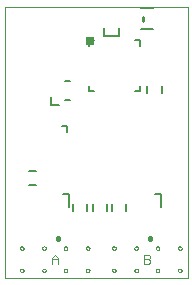
<source format=gto>
G75*
%MOIN*%
%OFA0B0*%
%FSLAX25Y25*%
%IPPOS*%
%LPD*%
%AMOC8*
5,1,8,0,0,1.08239X$1,22.5*
%
%ADD10C,0.00000*%
%ADD11C,0.00300*%
%ADD12C,0.00600*%
%ADD13R,0.02756X0.02756*%
%ADD14C,0.00500*%
%ADD15C,0.00787*%
%ADD16C,0.00800*%
%ADD17C,0.00984*%
%ADD18C,0.01600*%
D10*
X0051468Y0044415D02*
X0112491Y0044415D01*
X0112491Y0083785D01*
X0112491Y0079848D02*
X0112491Y0134966D01*
X0051468Y0134966D01*
X0051468Y0044415D01*
X0056625Y0047013D02*
X0056627Y0047061D01*
X0056633Y0047109D01*
X0056643Y0047156D01*
X0056656Y0047202D01*
X0056674Y0047247D01*
X0056694Y0047291D01*
X0056719Y0047333D01*
X0056747Y0047372D01*
X0056777Y0047409D01*
X0056811Y0047443D01*
X0056848Y0047475D01*
X0056886Y0047504D01*
X0056927Y0047529D01*
X0056970Y0047551D01*
X0057015Y0047569D01*
X0057061Y0047583D01*
X0057108Y0047594D01*
X0057156Y0047601D01*
X0057204Y0047604D01*
X0057252Y0047603D01*
X0057300Y0047598D01*
X0057348Y0047589D01*
X0057394Y0047577D01*
X0057439Y0047560D01*
X0057483Y0047540D01*
X0057525Y0047517D01*
X0057565Y0047490D01*
X0057603Y0047460D01*
X0057638Y0047427D01*
X0057670Y0047391D01*
X0057700Y0047353D01*
X0057726Y0047312D01*
X0057748Y0047269D01*
X0057768Y0047225D01*
X0057783Y0047180D01*
X0057795Y0047133D01*
X0057803Y0047085D01*
X0057807Y0047037D01*
X0057807Y0046989D01*
X0057803Y0046941D01*
X0057795Y0046893D01*
X0057783Y0046846D01*
X0057768Y0046801D01*
X0057748Y0046757D01*
X0057726Y0046714D01*
X0057700Y0046673D01*
X0057670Y0046635D01*
X0057638Y0046599D01*
X0057603Y0046566D01*
X0057565Y0046536D01*
X0057525Y0046509D01*
X0057483Y0046486D01*
X0057439Y0046466D01*
X0057394Y0046449D01*
X0057348Y0046437D01*
X0057300Y0046428D01*
X0057252Y0046423D01*
X0057204Y0046422D01*
X0057156Y0046425D01*
X0057108Y0046432D01*
X0057061Y0046443D01*
X0057015Y0046457D01*
X0056970Y0046475D01*
X0056927Y0046497D01*
X0056886Y0046522D01*
X0056848Y0046551D01*
X0056811Y0046583D01*
X0056777Y0046617D01*
X0056747Y0046654D01*
X0056719Y0046693D01*
X0056694Y0046735D01*
X0056674Y0046779D01*
X0056656Y0046824D01*
X0056643Y0046870D01*
X0056633Y0046917D01*
X0056627Y0046965D01*
X0056625Y0047013D01*
X0056625Y0054415D02*
X0056627Y0054463D01*
X0056633Y0054511D01*
X0056643Y0054558D01*
X0056656Y0054604D01*
X0056674Y0054649D01*
X0056694Y0054693D01*
X0056719Y0054735D01*
X0056747Y0054774D01*
X0056777Y0054811D01*
X0056811Y0054845D01*
X0056848Y0054877D01*
X0056886Y0054906D01*
X0056927Y0054931D01*
X0056970Y0054953D01*
X0057015Y0054971D01*
X0057061Y0054985D01*
X0057108Y0054996D01*
X0057156Y0055003D01*
X0057204Y0055006D01*
X0057252Y0055005D01*
X0057300Y0055000D01*
X0057348Y0054991D01*
X0057394Y0054979D01*
X0057439Y0054962D01*
X0057483Y0054942D01*
X0057525Y0054919D01*
X0057565Y0054892D01*
X0057603Y0054862D01*
X0057638Y0054829D01*
X0057670Y0054793D01*
X0057700Y0054755D01*
X0057726Y0054714D01*
X0057748Y0054671D01*
X0057768Y0054627D01*
X0057783Y0054582D01*
X0057795Y0054535D01*
X0057803Y0054487D01*
X0057807Y0054439D01*
X0057807Y0054391D01*
X0057803Y0054343D01*
X0057795Y0054295D01*
X0057783Y0054248D01*
X0057768Y0054203D01*
X0057748Y0054159D01*
X0057726Y0054116D01*
X0057700Y0054075D01*
X0057670Y0054037D01*
X0057638Y0054001D01*
X0057603Y0053968D01*
X0057565Y0053938D01*
X0057525Y0053911D01*
X0057483Y0053888D01*
X0057439Y0053868D01*
X0057394Y0053851D01*
X0057348Y0053839D01*
X0057300Y0053830D01*
X0057252Y0053825D01*
X0057204Y0053824D01*
X0057156Y0053827D01*
X0057108Y0053834D01*
X0057061Y0053845D01*
X0057015Y0053859D01*
X0056970Y0053877D01*
X0056927Y0053899D01*
X0056886Y0053924D01*
X0056848Y0053953D01*
X0056811Y0053985D01*
X0056777Y0054019D01*
X0056747Y0054056D01*
X0056719Y0054095D01*
X0056694Y0054137D01*
X0056674Y0054181D01*
X0056656Y0054226D01*
X0056643Y0054272D01*
X0056633Y0054319D01*
X0056627Y0054367D01*
X0056625Y0054415D01*
X0064026Y0054415D02*
X0064028Y0054463D01*
X0064034Y0054511D01*
X0064044Y0054558D01*
X0064057Y0054604D01*
X0064075Y0054649D01*
X0064095Y0054693D01*
X0064120Y0054735D01*
X0064148Y0054774D01*
X0064178Y0054811D01*
X0064212Y0054845D01*
X0064249Y0054877D01*
X0064287Y0054906D01*
X0064328Y0054931D01*
X0064371Y0054953D01*
X0064416Y0054971D01*
X0064462Y0054985D01*
X0064509Y0054996D01*
X0064557Y0055003D01*
X0064605Y0055006D01*
X0064653Y0055005D01*
X0064701Y0055000D01*
X0064749Y0054991D01*
X0064795Y0054979D01*
X0064840Y0054962D01*
X0064884Y0054942D01*
X0064926Y0054919D01*
X0064966Y0054892D01*
X0065004Y0054862D01*
X0065039Y0054829D01*
X0065071Y0054793D01*
X0065101Y0054755D01*
X0065127Y0054714D01*
X0065149Y0054671D01*
X0065169Y0054627D01*
X0065184Y0054582D01*
X0065196Y0054535D01*
X0065204Y0054487D01*
X0065208Y0054439D01*
X0065208Y0054391D01*
X0065204Y0054343D01*
X0065196Y0054295D01*
X0065184Y0054248D01*
X0065169Y0054203D01*
X0065149Y0054159D01*
X0065127Y0054116D01*
X0065101Y0054075D01*
X0065071Y0054037D01*
X0065039Y0054001D01*
X0065004Y0053968D01*
X0064966Y0053938D01*
X0064926Y0053911D01*
X0064884Y0053888D01*
X0064840Y0053868D01*
X0064795Y0053851D01*
X0064749Y0053839D01*
X0064701Y0053830D01*
X0064653Y0053825D01*
X0064605Y0053824D01*
X0064557Y0053827D01*
X0064509Y0053834D01*
X0064462Y0053845D01*
X0064416Y0053859D01*
X0064371Y0053877D01*
X0064328Y0053899D01*
X0064287Y0053924D01*
X0064249Y0053953D01*
X0064212Y0053985D01*
X0064178Y0054019D01*
X0064148Y0054056D01*
X0064120Y0054095D01*
X0064095Y0054137D01*
X0064075Y0054181D01*
X0064057Y0054226D01*
X0064044Y0054272D01*
X0064034Y0054319D01*
X0064028Y0054367D01*
X0064026Y0054415D01*
X0064026Y0047013D02*
X0064028Y0047061D01*
X0064034Y0047109D01*
X0064044Y0047156D01*
X0064057Y0047202D01*
X0064075Y0047247D01*
X0064095Y0047291D01*
X0064120Y0047333D01*
X0064148Y0047372D01*
X0064178Y0047409D01*
X0064212Y0047443D01*
X0064249Y0047475D01*
X0064287Y0047504D01*
X0064328Y0047529D01*
X0064371Y0047551D01*
X0064416Y0047569D01*
X0064462Y0047583D01*
X0064509Y0047594D01*
X0064557Y0047601D01*
X0064605Y0047604D01*
X0064653Y0047603D01*
X0064701Y0047598D01*
X0064749Y0047589D01*
X0064795Y0047577D01*
X0064840Y0047560D01*
X0064884Y0047540D01*
X0064926Y0047517D01*
X0064966Y0047490D01*
X0065004Y0047460D01*
X0065039Y0047427D01*
X0065071Y0047391D01*
X0065101Y0047353D01*
X0065127Y0047312D01*
X0065149Y0047269D01*
X0065169Y0047225D01*
X0065184Y0047180D01*
X0065196Y0047133D01*
X0065204Y0047085D01*
X0065208Y0047037D01*
X0065208Y0046989D01*
X0065204Y0046941D01*
X0065196Y0046893D01*
X0065184Y0046846D01*
X0065169Y0046801D01*
X0065149Y0046757D01*
X0065127Y0046714D01*
X0065101Y0046673D01*
X0065071Y0046635D01*
X0065039Y0046599D01*
X0065004Y0046566D01*
X0064966Y0046536D01*
X0064926Y0046509D01*
X0064884Y0046486D01*
X0064840Y0046466D01*
X0064795Y0046449D01*
X0064749Y0046437D01*
X0064701Y0046428D01*
X0064653Y0046423D01*
X0064605Y0046422D01*
X0064557Y0046425D01*
X0064509Y0046432D01*
X0064462Y0046443D01*
X0064416Y0046457D01*
X0064371Y0046475D01*
X0064328Y0046497D01*
X0064287Y0046522D01*
X0064249Y0046551D01*
X0064212Y0046583D01*
X0064178Y0046617D01*
X0064148Y0046654D01*
X0064120Y0046693D01*
X0064095Y0046735D01*
X0064075Y0046779D01*
X0064057Y0046824D01*
X0064044Y0046870D01*
X0064034Y0046917D01*
X0064028Y0046965D01*
X0064026Y0047013D01*
X0071192Y0047013D02*
X0071194Y0047061D01*
X0071200Y0047109D01*
X0071210Y0047156D01*
X0071223Y0047202D01*
X0071241Y0047247D01*
X0071261Y0047291D01*
X0071286Y0047333D01*
X0071314Y0047372D01*
X0071344Y0047409D01*
X0071378Y0047443D01*
X0071415Y0047475D01*
X0071453Y0047504D01*
X0071494Y0047529D01*
X0071537Y0047551D01*
X0071582Y0047569D01*
X0071628Y0047583D01*
X0071675Y0047594D01*
X0071723Y0047601D01*
X0071771Y0047604D01*
X0071819Y0047603D01*
X0071867Y0047598D01*
X0071915Y0047589D01*
X0071961Y0047577D01*
X0072006Y0047560D01*
X0072050Y0047540D01*
X0072092Y0047517D01*
X0072132Y0047490D01*
X0072170Y0047460D01*
X0072205Y0047427D01*
X0072237Y0047391D01*
X0072267Y0047353D01*
X0072293Y0047312D01*
X0072315Y0047269D01*
X0072335Y0047225D01*
X0072350Y0047180D01*
X0072362Y0047133D01*
X0072370Y0047085D01*
X0072374Y0047037D01*
X0072374Y0046989D01*
X0072370Y0046941D01*
X0072362Y0046893D01*
X0072350Y0046846D01*
X0072335Y0046801D01*
X0072315Y0046757D01*
X0072293Y0046714D01*
X0072267Y0046673D01*
X0072237Y0046635D01*
X0072205Y0046599D01*
X0072170Y0046566D01*
X0072132Y0046536D01*
X0072092Y0046509D01*
X0072050Y0046486D01*
X0072006Y0046466D01*
X0071961Y0046449D01*
X0071915Y0046437D01*
X0071867Y0046428D01*
X0071819Y0046423D01*
X0071771Y0046422D01*
X0071723Y0046425D01*
X0071675Y0046432D01*
X0071628Y0046443D01*
X0071582Y0046457D01*
X0071537Y0046475D01*
X0071494Y0046497D01*
X0071453Y0046522D01*
X0071415Y0046551D01*
X0071378Y0046583D01*
X0071344Y0046617D01*
X0071314Y0046654D01*
X0071286Y0046693D01*
X0071261Y0046735D01*
X0071241Y0046779D01*
X0071223Y0046824D01*
X0071210Y0046870D01*
X0071200Y0046917D01*
X0071194Y0046965D01*
X0071192Y0047013D01*
X0071192Y0054415D02*
X0071194Y0054463D01*
X0071200Y0054511D01*
X0071210Y0054558D01*
X0071223Y0054604D01*
X0071241Y0054649D01*
X0071261Y0054693D01*
X0071286Y0054735D01*
X0071314Y0054774D01*
X0071344Y0054811D01*
X0071378Y0054845D01*
X0071415Y0054877D01*
X0071453Y0054906D01*
X0071494Y0054931D01*
X0071537Y0054953D01*
X0071582Y0054971D01*
X0071628Y0054985D01*
X0071675Y0054996D01*
X0071723Y0055003D01*
X0071771Y0055006D01*
X0071819Y0055005D01*
X0071867Y0055000D01*
X0071915Y0054991D01*
X0071961Y0054979D01*
X0072006Y0054962D01*
X0072050Y0054942D01*
X0072092Y0054919D01*
X0072132Y0054892D01*
X0072170Y0054862D01*
X0072205Y0054829D01*
X0072237Y0054793D01*
X0072267Y0054755D01*
X0072293Y0054714D01*
X0072315Y0054671D01*
X0072335Y0054627D01*
X0072350Y0054582D01*
X0072362Y0054535D01*
X0072370Y0054487D01*
X0072374Y0054439D01*
X0072374Y0054391D01*
X0072370Y0054343D01*
X0072362Y0054295D01*
X0072350Y0054248D01*
X0072335Y0054203D01*
X0072315Y0054159D01*
X0072293Y0054116D01*
X0072267Y0054075D01*
X0072237Y0054037D01*
X0072205Y0054001D01*
X0072170Y0053968D01*
X0072132Y0053938D01*
X0072092Y0053911D01*
X0072050Y0053888D01*
X0072006Y0053868D01*
X0071961Y0053851D01*
X0071915Y0053839D01*
X0071867Y0053830D01*
X0071819Y0053825D01*
X0071771Y0053824D01*
X0071723Y0053827D01*
X0071675Y0053834D01*
X0071628Y0053845D01*
X0071582Y0053859D01*
X0071537Y0053877D01*
X0071494Y0053899D01*
X0071453Y0053924D01*
X0071415Y0053953D01*
X0071378Y0053985D01*
X0071344Y0054019D01*
X0071314Y0054056D01*
X0071286Y0054095D01*
X0071261Y0054137D01*
X0071241Y0054181D01*
X0071223Y0054226D01*
X0071210Y0054272D01*
X0071200Y0054319D01*
X0071194Y0054367D01*
X0071192Y0054415D01*
X0078593Y0054415D02*
X0078595Y0054463D01*
X0078601Y0054511D01*
X0078611Y0054558D01*
X0078624Y0054604D01*
X0078642Y0054649D01*
X0078662Y0054693D01*
X0078687Y0054735D01*
X0078715Y0054774D01*
X0078745Y0054811D01*
X0078779Y0054845D01*
X0078816Y0054877D01*
X0078854Y0054906D01*
X0078895Y0054931D01*
X0078938Y0054953D01*
X0078983Y0054971D01*
X0079029Y0054985D01*
X0079076Y0054996D01*
X0079124Y0055003D01*
X0079172Y0055006D01*
X0079220Y0055005D01*
X0079268Y0055000D01*
X0079316Y0054991D01*
X0079362Y0054979D01*
X0079407Y0054962D01*
X0079451Y0054942D01*
X0079493Y0054919D01*
X0079533Y0054892D01*
X0079571Y0054862D01*
X0079606Y0054829D01*
X0079638Y0054793D01*
X0079668Y0054755D01*
X0079694Y0054714D01*
X0079716Y0054671D01*
X0079736Y0054627D01*
X0079751Y0054582D01*
X0079763Y0054535D01*
X0079771Y0054487D01*
X0079775Y0054439D01*
X0079775Y0054391D01*
X0079771Y0054343D01*
X0079763Y0054295D01*
X0079751Y0054248D01*
X0079736Y0054203D01*
X0079716Y0054159D01*
X0079694Y0054116D01*
X0079668Y0054075D01*
X0079638Y0054037D01*
X0079606Y0054001D01*
X0079571Y0053968D01*
X0079533Y0053938D01*
X0079493Y0053911D01*
X0079451Y0053888D01*
X0079407Y0053868D01*
X0079362Y0053851D01*
X0079316Y0053839D01*
X0079268Y0053830D01*
X0079220Y0053825D01*
X0079172Y0053824D01*
X0079124Y0053827D01*
X0079076Y0053834D01*
X0079029Y0053845D01*
X0078983Y0053859D01*
X0078938Y0053877D01*
X0078895Y0053899D01*
X0078854Y0053924D01*
X0078816Y0053953D01*
X0078779Y0053985D01*
X0078745Y0054019D01*
X0078715Y0054056D01*
X0078687Y0054095D01*
X0078662Y0054137D01*
X0078642Y0054181D01*
X0078624Y0054226D01*
X0078611Y0054272D01*
X0078601Y0054319D01*
X0078595Y0054367D01*
X0078593Y0054415D01*
X0078593Y0047013D02*
X0078595Y0047061D01*
X0078601Y0047109D01*
X0078611Y0047156D01*
X0078624Y0047202D01*
X0078642Y0047247D01*
X0078662Y0047291D01*
X0078687Y0047333D01*
X0078715Y0047372D01*
X0078745Y0047409D01*
X0078779Y0047443D01*
X0078816Y0047475D01*
X0078854Y0047504D01*
X0078895Y0047529D01*
X0078938Y0047551D01*
X0078983Y0047569D01*
X0079029Y0047583D01*
X0079076Y0047594D01*
X0079124Y0047601D01*
X0079172Y0047604D01*
X0079220Y0047603D01*
X0079268Y0047598D01*
X0079316Y0047589D01*
X0079362Y0047577D01*
X0079407Y0047560D01*
X0079451Y0047540D01*
X0079493Y0047517D01*
X0079533Y0047490D01*
X0079571Y0047460D01*
X0079606Y0047427D01*
X0079638Y0047391D01*
X0079668Y0047353D01*
X0079694Y0047312D01*
X0079716Y0047269D01*
X0079736Y0047225D01*
X0079751Y0047180D01*
X0079763Y0047133D01*
X0079771Y0047085D01*
X0079775Y0047037D01*
X0079775Y0046989D01*
X0079771Y0046941D01*
X0079763Y0046893D01*
X0079751Y0046846D01*
X0079736Y0046801D01*
X0079716Y0046757D01*
X0079694Y0046714D01*
X0079668Y0046673D01*
X0079638Y0046635D01*
X0079606Y0046599D01*
X0079571Y0046566D01*
X0079533Y0046536D01*
X0079493Y0046509D01*
X0079451Y0046486D01*
X0079407Y0046466D01*
X0079362Y0046449D01*
X0079316Y0046437D01*
X0079268Y0046428D01*
X0079220Y0046423D01*
X0079172Y0046422D01*
X0079124Y0046425D01*
X0079076Y0046432D01*
X0079029Y0046443D01*
X0078983Y0046457D01*
X0078938Y0046475D01*
X0078895Y0046497D01*
X0078854Y0046522D01*
X0078816Y0046551D01*
X0078779Y0046583D01*
X0078745Y0046617D01*
X0078715Y0046654D01*
X0078687Y0046693D01*
X0078662Y0046735D01*
X0078642Y0046779D01*
X0078624Y0046824D01*
X0078611Y0046870D01*
X0078601Y0046917D01*
X0078595Y0046965D01*
X0078593Y0047013D01*
X0087333Y0047013D02*
X0087335Y0047061D01*
X0087341Y0047109D01*
X0087351Y0047156D01*
X0087364Y0047202D01*
X0087382Y0047247D01*
X0087402Y0047291D01*
X0087427Y0047333D01*
X0087455Y0047372D01*
X0087485Y0047409D01*
X0087519Y0047443D01*
X0087556Y0047475D01*
X0087594Y0047504D01*
X0087635Y0047529D01*
X0087678Y0047551D01*
X0087723Y0047569D01*
X0087769Y0047583D01*
X0087816Y0047594D01*
X0087864Y0047601D01*
X0087912Y0047604D01*
X0087960Y0047603D01*
X0088008Y0047598D01*
X0088056Y0047589D01*
X0088102Y0047577D01*
X0088147Y0047560D01*
X0088191Y0047540D01*
X0088233Y0047517D01*
X0088273Y0047490D01*
X0088311Y0047460D01*
X0088346Y0047427D01*
X0088378Y0047391D01*
X0088408Y0047353D01*
X0088434Y0047312D01*
X0088456Y0047269D01*
X0088476Y0047225D01*
X0088491Y0047180D01*
X0088503Y0047133D01*
X0088511Y0047085D01*
X0088515Y0047037D01*
X0088515Y0046989D01*
X0088511Y0046941D01*
X0088503Y0046893D01*
X0088491Y0046846D01*
X0088476Y0046801D01*
X0088456Y0046757D01*
X0088434Y0046714D01*
X0088408Y0046673D01*
X0088378Y0046635D01*
X0088346Y0046599D01*
X0088311Y0046566D01*
X0088273Y0046536D01*
X0088233Y0046509D01*
X0088191Y0046486D01*
X0088147Y0046466D01*
X0088102Y0046449D01*
X0088056Y0046437D01*
X0088008Y0046428D01*
X0087960Y0046423D01*
X0087912Y0046422D01*
X0087864Y0046425D01*
X0087816Y0046432D01*
X0087769Y0046443D01*
X0087723Y0046457D01*
X0087678Y0046475D01*
X0087635Y0046497D01*
X0087594Y0046522D01*
X0087556Y0046551D01*
X0087519Y0046583D01*
X0087485Y0046617D01*
X0087455Y0046654D01*
X0087427Y0046693D01*
X0087402Y0046735D01*
X0087382Y0046779D01*
X0087364Y0046824D01*
X0087351Y0046870D01*
X0087341Y0046917D01*
X0087335Y0046965D01*
X0087333Y0047013D01*
X0087333Y0054415D02*
X0087335Y0054463D01*
X0087341Y0054511D01*
X0087351Y0054558D01*
X0087364Y0054604D01*
X0087382Y0054649D01*
X0087402Y0054693D01*
X0087427Y0054735D01*
X0087455Y0054774D01*
X0087485Y0054811D01*
X0087519Y0054845D01*
X0087556Y0054877D01*
X0087594Y0054906D01*
X0087635Y0054931D01*
X0087678Y0054953D01*
X0087723Y0054971D01*
X0087769Y0054985D01*
X0087816Y0054996D01*
X0087864Y0055003D01*
X0087912Y0055006D01*
X0087960Y0055005D01*
X0088008Y0055000D01*
X0088056Y0054991D01*
X0088102Y0054979D01*
X0088147Y0054962D01*
X0088191Y0054942D01*
X0088233Y0054919D01*
X0088273Y0054892D01*
X0088311Y0054862D01*
X0088346Y0054829D01*
X0088378Y0054793D01*
X0088408Y0054755D01*
X0088434Y0054714D01*
X0088456Y0054671D01*
X0088476Y0054627D01*
X0088491Y0054582D01*
X0088503Y0054535D01*
X0088511Y0054487D01*
X0088515Y0054439D01*
X0088515Y0054391D01*
X0088511Y0054343D01*
X0088503Y0054295D01*
X0088491Y0054248D01*
X0088476Y0054203D01*
X0088456Y0054159D01*
X0088434Y0054116D01*
X0088408Y0054075D01*
X0088378Y0054037D01*
X0088346Y0054001D01*
X0088311Y0053968D01*
X0088273Y0053938D01*
X0088233Y0053911D01*
X0088191Y0053888D01*
X0088147Y0053868D01*
X0088102Y0053851D01*
X0088056Y0053839D01*
X0088008Y0053830D01*
X0087960Y0053825D01*
X0087912Y0053824D01*
X0087864Y0053827D01*
X0087816Y0053834D01*
X0087769Y0053845D01*
X0087723Y0053859D01*
X0087678Y0053877D01*
X0087635Y0053899D01*
X0087594Y0053924D01*
X0087556Y0053953D01*
X0087519Y0053985D01*
X0087485Y0054019D01*
X0087455Y0054056D01*
X0087427Y0054095D01*
X0087402Y0054137D01*
X0087382Y0054181D01*
X0087364Y0054226D01*
X0087351Y0054272D01*
X0087341Y0054319D01*
X0087335Y0054367D01*
X0087333Y0054415D01*
X0094735Y0054415D02*
X0094737Y0054463D01*
X0094743Y0054511D01*
X0094753Y0054558D01*
X0094766Y0054604D01*
X0094784Y0054649D01*
X0094804Y0054693D01*
X0094829Y0054735D01*
X0094857Y0054774D01*
X0094887Y0054811D01*
X0094921Y0054845D01*
X0094958Y0054877D01*
X0094996Y0054906D01*
X0095037Y0054931D01*
X0095080Y0054953D01*
X0095125Y0054971D01*
X0095171Y0054985D01*
X0095218Y0054996D01*
X0095266Y0055003D01*
X0095314Y0055006D01*
X0095362Y0055005D01*
X0095410Y0055000D01*
X0095458Y0054991D01*
X0095504Y0054979D01*
X0095549Y0054962D01*
X0095593Y0054942D01*
X0095635Y0054919D01*
X0095675Y0054892D01*
X0095713Y0054862D01*
X0095748Y0054829D01*
X0095780Y0054793D01*
X0095810Y0054755D01*
X0095836Y0054714D01*
X0095858Y0054671D01*
X0095878Y0054627D01*
X0095893Y0054582D01*
X0095905Y0054535D01*
X0095913Y0054487D01*
X0095917Y0054439D01*
X0095917Y0054391D01*
X0095913Y0054343D01*
X0095905Y0054295D01*
X0095893Y0054248D01*
X0095878Y0054203D01*
X0095858Y0054159D01*
X0095836Y0054116D01*
X0095810Y0054075D01*
X0095780Y0054037D01*
X0095748Y0054001D01*
X0095713Y0053968D01*
X0095675Y0053938D01*
X0095635Y0053911D01*
X0095593Y0053888D01*
X0095549Y0053868D01*
X0095504Y0053851D01*
X0095458Y0053839D01*
X0095410Y0053830D01*
X0095362Y0053825D01*
X0095314Y0053824D01*
X0095266Y0053827D01*
X0095218Y0053834D01*
X0095171Y0053845D01*
X0095125Y0053859D01*
X0095080Y0053877D01*
X0095037Y0053899D01*
X0094996Y0053924D01*
X0094958Y0053953D01*
X0094921Y0053985D01*
X0094887Y0054019D01*
X0094857Y0054056D01*
X0094829Y0054095D01*
X0094804Y0054137D01*
X0094784Y0054181D01*
X0094766Y0054226D01*
X0094753Y0054272D01*
X0094743Y0054319D01*
X0094737Y0054367D01*
X0094735Y0054415D01*
X0094735Y0047013D02*
X0094737Y0047061D01*
X0094743Y0047109D01*
X0094753Y0047156D01*
X0094766Y0047202D01*
X0094784Y0047247D01*
X0094804Y0047291D01*
X0094829Y0047333D01*
X0094857Y0047372D01*
X0094887Y0047409D01*
X0094921Y0047443D01*
X0094958Y0047475D01*
X0094996Y0047504D01*
X0095037Y0047529D01*
X0095080Y0047551D01*
X0095125Y0047569D01*
X0095171Y0047583D01*
X0095218Y0047594D01*
X0095266Y0047601D01*
X0095314Y0047604D01*
X0095362Y0047603D01*
X0095410Y0047598D01*
X0095458Y0047589D01*
X0095504Y0047577D01*
X0095549Y0047560D01*
X0095593Y0047540D01*
X0095635Y0047517D01*
X0095675Y0047490D01*
X0095713Y0047460D01*
X0095748Y0047427D01*
X0095780Y0047391D01*
X0095810Y0047353D01*
X0095836Y0047312D01*
X0095858Y0047269D01*
X0095878Y0047225D01*
X0095893Y0047180D01*
X0095905Y0047133D01*
X0095913Y0047085D01*
X0095917Y0047037D01*
X0095917Y0046989D01*
X0095913Y0046941D01*
X0095905Y0046893D01*
X0095893Y0046846D01*
X0095878Y0046801D01*
X0095858Y0046757D01*
X0095836Y0046714D01*
X0095810Y0046673D01*
X0095780Y0046635D01*
X0095748Y0046599D01*
X0095713Y0046566D01*
X0095675Y0046536D01*
X0095635Y0046509D01*
X0095593Y0046486D01*
X0095549Y0046466D01*
X0095504Y0046449D01*
X0095458Y0046437D01*
X0095410Y0046428D01*
X0095362Y0046423D01*
X0095314Y0046422D01*
X0095266Y0046425D01*
X0095218Y0046432D01*
X0095171Y0046443D01*
X0095125Y0046457D01*
X0095080Y0046475D01*
X0095037Y0046497D01*
X0094996Y0046522D01*
X0094958Y0046551D01*
X0094921Y0046583D01*
X0094887Y0046617D01*
X0094857Y0046654D01*
X0094829Y0046693D01*
X0094804Y0046735D01*
X0094784Y0046779D01*
X0094766Y0046824D01*
X0094753Y0046870D01*
X0094743Y0046917D01*
X0094737Y0046965D01*
X0094735Y0047013D01*
X0101900Y0047013D02*
X0101902Y0047061D01*
X0101908Y0047109D01*
X0101918Y0047156D01*
X0101931Y0047202D01*
X0101949Y0047247D01*
X0101969Y0047291D01*
X0101994Y0047333D01*
X0102022Y0047372D01*
X0102052Y0047409D01*
X0102086Y0047443D01*
X0102123Y0047475D01*
X0102161Y0047504D01*
X0102202Y0047529D01*
X0102245Y0047551D01*
X0102290Y0047569D01*
X0102336Y0047583D01*
X0102383Y0047594D01*
X0102431Y0047601D01*
X0102479Y0047604D01*
X0102527Y0047603D01*
X0102575Y0047598D01*
X0102623Y0047589D01*
X0102669Y0047577D01*
X0102714Y0047560D01*
X0102758Y0047540D01*
X0102800Y0047517D01*
X0102840Y0047490D01*
X0102878Y0047460D01*
X0102913Y0047427D01*
X0102945Y0047391D01*
X0102975Y0047353D01*
X0103001Y0047312D01*
X0103023Y0047269D01*
X0103043Y0047225D01*
X0103058Y0047180D01*
X0103070Y0047133D01*
X0103078Y0047085D01*
X0103082Y0047037D01*
X0103082Y0046989D01*
X0103078Y0046941D01*
X0103070Y0046893D01*
X0103058Y0046846D01*
X0103043Y0046801D01*
X0103023Y0046757D01*
X0103001Y0046714D01*
X0102975Y0046673D01*
X0102945Y0046635D01*
X0102913Y0046599D01*
X0102878Y0046566D01*
X0102840Y0046536D01*
X0102800Y0046509D01*
X0102758Y0046486D01*
X0102714Y0046466D01*
X0102669Y0046449D01*
X0102623Y0046437D01*
X0102575Y0046428D01*
X0102527Y0046423D01*
X0102479Y0046422D01*
X0102431Y0046425D01*
X0102383Y0046432D01*
X0102336Y0046443D01*
X0102290Y0046457D01*
X0102245Y0046475D01*
X0102202Y0046497D01*
X0102161Y0046522D01*
X0102123Y0046551D01*
X0102086Y0046583D01*
X0102052Y0046617D01*
X0102022Y0046654D01*
X0101994Y0046693D01*
X0101969Y0046735D01*
X0101949Y0046779D01*
X0101931Y0046824D01*
X0101918Y0046870D01*
X0101908Y0046917D01*
X0101902Y0046965D01*
X0101900Y0047013D01*
X0101900Y0054415D02*
X0101902Y0054463D01*
X0101908Y0054511D01*
X0101918Y0054558D01*
X0101931Y0054604D01*
X0101949Y0054649D01*
X0101969Y0054693D01*
X0101994Y0054735D01*
X0102022Y0054774D01*
X0102052Y0054811D01*
X0102086Y0054845D01*
X0102123Y0054877D01*
X0102161Y0054906D01*
X0102202Y0054931D01*
X0102245Y0054953D01*
X0102290Y0054971D01*
X0102336Y0054985D01*
X0102383Y0054996D01*
X0102431Y0055003D01*
X0102479Y0055006D01*
X0102527Y0055005D01*
X0102575Y0055000D01*
X0102623Y0054991D01*
X0102669Y0054979D01*
X0102714Y0054962D01*
X0102758Y0054942D01*
X0102800Y0054919D01*
X0102840Y0054892D01*
X0102878Y0054862D01*
X0102913Y0054829D01*
X0102945Y0054793D01*
X0102975Y0054755D01*
X0103001Y0054714D01*
X0103023Y0054671D01*
X0103043Y0054627D01*
X0103058Y0054582D01*
X0103070Y0054535D01*
X0103078Y0054487D01*
X0103082Y0054439D01*
X0103082Y0054391D01*
X0103078Y0054343D01*
X0103070Y0054295D01*
X0103058Y0054248D01*
X0103043Y0054203D01*
X0103023Y0054159D01*
X0103001Y0054116D01*
X0102975Y0054075D01*
X0102945Y0054037D01*
X0102913Y0054001D01*
X0102878Y0053968D01*
X0102840Y0053938D01*
X0102800Y0053911D01*
X0102758Y0053888D01*
X0102714Y0053868D01*
X0102669Y0053851D01*
X0102623Y0053839D01*
X0102575Y0053830D01*
X0102527Y0053825D01*
X0102479Y0053824D01*
X0102431Y0053827D01*
X0102383Y0053834D01*
X0102336Y0053845D01*
X0102290Y0053859D01*
X0102245Y0053877D01*
X0102202Y0053899D01*
X0102161Y0053924D01*
X0102123Y0053953D01*
X0102086Y0053985D01*
X0102052Y0054019D01*
X0102022Y0054056D01*
X0101994Y0054095D01*
X0101969Y0054137D01*
X0101949Y0054181D01*
X0101931Y0054226D01*
X0101918Y0054272D01*
X0101908Y0054319D01*
X0101902Y0054367D01*
X0101900Y0054415D01*
X0109302Y0054415D02*
X0109304Y0054463D01*
X0109310Y0054511D01*
X0109320Y0054558D01*
X0109333Y0054604D01*
X0109351Y0054649D01*
X0109371Y0054693D01*
X0109396Y0054735D01*
X0109424Y0054774D01*
X0109454Y0054811D01*
X0109488Y0054845D01*
X0109525Y0054877D01*
X0109563Y0054906D01*
X0109604Y0054931D01*
X0109647Y0054953D01*
X0109692Y0054971D01*
X0109738Y0054985D01*
X0109785Y0054996D01*
X0109833Y0055003D01*
X0109881Y0055006D01*
X0109929Y0055005D01*
X0109977Y0055000D01*
X0110025Y0054991D01*
X0110071Y0054979D01*
X0110116Y0054962D01*
X0110160Y0054942D01*
X0110202Y0054919D01*
X0110242Y0054892D01*
X0110280Y0054862D01*
X0110315Y0054829D01*
X0110347Y0054793D01*
X0110377Y0054755D01*
X0110403Y0054714D01*
X0110425Y0054671D01*
X0110445Y0054627D01*
X0110460Y0054582D01*
X0110472Y0054535D01*
X0110480Y0054487D01*
X0110484Y0054439D01*
X0110484Y0054391D01*
X0110480Y0054343D01*
X0110472Y0054295D01*
X0110460Y0054248D01*
X0110445Y0054203D01*
X0110425Y0054159D01*
X0110403Y0054116D01*
X0110377Y0054075D01*
X0110347Y0054037D01*
X0110315Y0054001D01*
X0110280Y0053968D01*
X0110242Y0053938D01*
X0110202Y0053911D01*
X0110160Y0053888D01*
X0110116Y0053868D01*
X0110071Y0053851D01*
X0110025Y0053839D01*
X0109977Y0053830D01*
X0109929Y0053825D01*
X0109881Y0053824D01*
X0109833Y0053827D01*
X0109785Y0053834D01*
X0109738Y0053845D01*
X0109692Y0053859D01*
X0109647Y0053877D01*
X0109604Y0053899D01*
X0109563Y0053924D01*
X0109525Y0053953D01*
X0109488Y0053985D01*
X0109454Y0054019D01*
X0109424Y0054056D01*
X0109396Y0054095D01*
X0109371Y0054137D01*
X0109351Y0054181D01*
X0109333Y0054226D01*
X0109320Y0054272D01*
X0109310Y0054319D01*
X0109304Y0054367D01*
X0109302Y0054415D01*
X0109302Y0047013D02*
X0109304Y0047061D01*
X0109310Y0047109D01*
X0109320Y0047156D01*
X0109333Y0047202D01*
X0109351Y0047247D01*
X0109371Y0047291D01*
X0109396Y0047333D01*
X0109424Y0047372D01*
X0109454Y0047409D01*
X0109488Y0047443D01*
X0109525Y0047475D01*
X0109563Y0047504D01*
X0109604Y0047529D01*
X0109647Y0047551D01*
X0109692Y0047569D01*
X0109738Y0047583D01*
X0109785Y0047594D01*
X0109833Y0047601D01*
X0109881Y0047604D01*
X0109929Y0047603D01*
X0109977Y0047598D01*
X0110025Y0047589D01*
X0110071Y0047577D01*
X0110116Y0047560D01*
X0110160Y0047540D01*
X0110202Y0047517D01*
X0110242Y0047490D01*
X0110280Y0047460D01*
X0110315Y0047427D01*
X0110347Y0047391D01*
X0110377Y0047353D01*
X0110403Y0047312D01*
X0110425Y0047269D01*
X0110445Y0047225D01*
X0110460Y0047180D01*
X0110472Y0047133D01*
X0110480Y0047085D01*
X0110484Y0047037D01*
X0110484Y0046989D01*
X0110480Y0046941D01*
X0110472Y0046893D01*
X0110460Y0046846D01*
X0110445Y0046801D01*
X0110425Y0046757D01*
X0110403Y0046714D01*
X0110377Y0046673D01*
X0110347Y0046635D01*
X0110315Y0046599D01*
X0110280Y0046566D01*
X0110242Y0046536D01*
X0110202Y0046509D01*
X0110160Y0046486D01*
X0110116Y0046466D01*
X0110071Y0046449D01*
X0110025Y0046437D01*
X0109977Y0046428D01*
X0109929Y0046423D01*
X0109881Y0046422D01*
X0109833Y0046425D01*
X0109785Y0046432D01*
X0109738Y0046443D01*
X0109692Y0046457D01*
X0109647Y0046475D01*
X0109604Y0046497D01*
X0109563Y0046522D01*
X0109525Y0046551D01*
X0109488Y0046583D01*
X0109454Y0046617D01*
X0109424Y0046654D01*
X0109396Y0046693D01*
X0109371Y0046735D01*
X0109351Y0046779D01*
X0109333Y0046824D01*
X0109320Y0046870D01*
X0109310Y0046917D01*
X0109304Y0046965D01*
X0109302Y0047013D01*
D11*
X0099943Y0049765D02*
X0099468Y0049289D01*
X0098042Y0049289D01*
X0098042Y0052141D01*
X0099468Y0052141D01*
X0099943Y0051666D01*
X0099943Y0051191D01*
X0099468Y0050715D01*
X0098042Y0050715D01*
X0099468Y0050715D02*
X0099943Y0050240D01*
X0099943Y0049765D01*
X0069195Y0049289D02*
X0069195Y0051191D01*
X0068244Y0052141D01*
X0067294Y0051191D01*
X0067294Y0049289D01*
X0067294Y0050715D02*
X0069195Y0050715D01*
D12*
X0074302Y0066856D02*
X0074302Y0069218D01*
X0079027Y0069218D02*
X0079027Y0066856D01*
X0080798Y0066856D02*
X0080798Y0069218D01*
X0085523Y0069218D02*
X0085523Y0066856D01*
X0087294Y0066856D02*
X0087294Y0069218D01*
X0092019Y0069218D02*
X0092019Y0066856D01*
X0062098Y0075517D02*
X0059735Y0075517D01*
X0059735Y0080242D02*
X0062098Y0080242D01*
X0079482Y0106681D02*
X0079482Y0108581D01*
X0079482Y0106681D02*
X0081382Y0106681D01*
X0094782Y0106681D02*
X0096682Y0106681D01*
X0096682Y0108581D01*
X0099106Y0108588D02*
X0099106Y0106226D01*
X0103830Y0106226D02*
X0103830Y0108588D01*
X0096682Y0121981D02*
X0096682Y0123881D01*
X0094782Y0123881D01*
X0081382Y0123881D02*
X0079482Y0123881D01*
X0079482Y0121981D01*
D13*
X0080011Y0123352D03*
D14*
X0073141Y0110163D02*
X0071527Y0110163D01*
X0071527Y0103864D02*
X0073141Y0103864D01*
D15*
X0069578Y0102289D02*
X0066822Y0102289D01*
X0066822Y0104651D01*
X0070562Y0095202D02*
X0072334Y0095202D01*
X0072334Y0093234D01*
X0072924Y0072368D02*
X0070956Y0072368D01*
X0072924Y0072368D02*
X0072924Y0068037D01*
X0101625Y0072368D02*
X0103594Y0072368D01*
X0103594Y0068037D01*
X0089460Y0125025D02*
X0084735Y0125025D01*
X0084735Y0127880D01*
X0089460Y0127880D02*
X0089460Y0125025D01*
D16*
X0097106Y0127332D02*
X0101106Y0127332D01*
X0101106Y0134332D02*
X0097106Y0134332D01*
D17*
X0097531Y0131620D02*
X0097531Y0130045D01*
D18*
X0099893Y0057882D02*
X0099893Y0057641D01*
X0069184Y0057641D02*
X0069184Y0057882D01*
M02*

</source>
